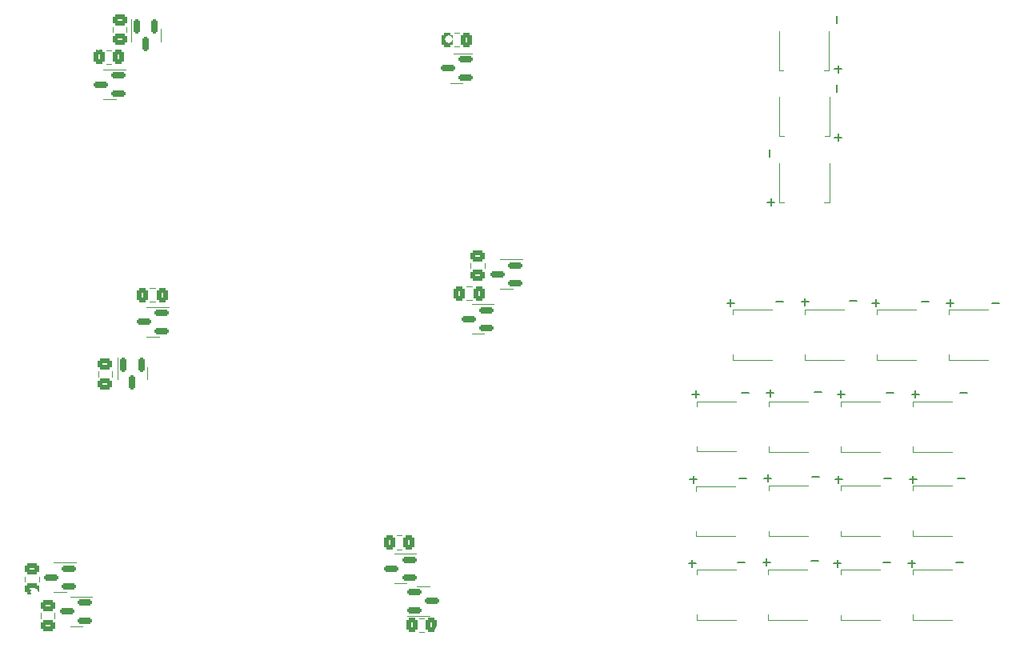
<source format=gbr>
%TF.GenerationSoftware,KiCad,Pcbnew,(6.0.4)*%
%TF.CreationDate,2022-12-17T07:05:36+03:00*%
%TF.ProjectId,Main_PCB_002,4d61696e-5f50-4434-925f-3030322e6b69,rev?*%
%TF.SameCoordinates,Original*%
%TF.FileFunction,Legend,Bot*%
%TF.FilePolarity,Positive*%
%FSLAX46Y46*%
G04 Gerber Fmt 4.6, Leading zero omitted, Abs format (unit mm)*
G04 Created by KiCad (PCBNEW (6.0.4)) date 2022-12-17 07:05:36*
%MOMM*%
%LPD*%
G01*
G04 APERTURE LIST*
G04 Aperture macros list*
%AMRoundRect*
0 Rectangle with rounded corners*
0 $1 Rounding radius*
0 $2 $3 $4 $5 $6 $7 $8 $9 X,Y pos of 4 corners*
0 Add a 4 corners polygon primitive as box body*
4,1,4,$2,$3,$4,$5,$6,$7,$8,$9,$2,$3,0*
0 Add four circle primitives for the rounded corners*
1,1,$1+$1,$2,$3*
1,1,$1+$1,$4,$5*
1,1,$1+$1,$6,$7*
1,1,$1+$1,$8,$9*
0 Add four rect primitives between the rounded corners*
20,1,$1+$1,$2,$3,$4,$5,0*
20,1,$1+$1,$4,$5,$6,$7,0*
20,1,$1+$1,$6,$7,$8,$9,0*
20,1,$1+$1,$8,$9,$2,$3,0*%
G04 Aperture macros list end*
%ADD10C,0.150000*%
%ADD11C,0.120000*%
%ADD12C,1.600000*%
%ADD13C,1.400000*%
%ADD14C,1.650000*%
%ADD15C,1.550000*%
%ADD16C,3.600000*%
%ADD17RoundRect,0.150000X0.587500X0.150000X-0.587500X0.150000X-0.587500X-0.150000X0.587500X-0.150000X0*%
%ADD18R,0.500000X4.780000*%
%ADD19R,2.780000X4.780000*%
%ADD20RoundRect,0.250000X0.337500X0.475000X-0.337500X0.475000X-0.337500X-0.475000X0.337500X-0.475000X0*%
%ADD21RoundRect,0.250000X-0.337500X-0.475000X0.337500X-0.475000X0.337500X0.475000X-0.337500X0.475000X0*%
%ADD22RoundRect,0.250000X-0.475000X0.337500X-0.475000X-0.337500X0.475000X-0.337500X0.475000X0.337500X0*%
%ADD23RoundRect,0.150000X-0.150000X0.587500X-0.150000X-0.587500X0.150000X-0.587500X0.150000X0.587500X0*%
%ADD24R,4.780000X0.500000*%
%ADD25R,4.780000X2.780000*%
%ADD26RoundRect,0.150000X-0.587500X-0.150000X0.587500X-0.150000X0.587500X0.150000X-0.587500X0.150000X0*%
%ADD27C,0.800000*%
G04 APERTURE END LIST*
D10*
X173482047Y-119324428D02*
X174243952Y-119324428D01*
X165989047Y-110307428D02*
X166750952Y-110307428D01*
X176276047Y-110561428D02*
X177037952Y-110561428D01*
X176657000Y-110942380D02*
X176657000Y-110180476D01*
X169926047Y-91638428D02*
X170687952Y-91638428D01*
X168612028Y-62290952D02*
X168612028Y-61529047D01*
X160782047Y-119324428D02*
X161543952Y-119324428D01*
X161163000Y-119705380D02*
X161163000Y-118943476D01*
X173863047Y-101417428D02*
X174624952Y-101417428D01*
X166243047Y-101290428D02*
X167004952Y-101290428D01*
X176530047Y-101544428D02*
X177291952Y-101544428D01*
X176911000Y-101925380D02*
X176911000Y-101163476D01*
X168739028Y-67497952D02*
X168739028Y-66736047D01*
X169119980Y-67117000D02*
X168358076Y-67117000D01*
X181356047Y-110434428D02*
X182117952Y-110434428D01*
X185039047Y-91892428D02*
X185800952Y-91892428D01*
X172339047Y-91892428D02*
X173100952Y-91892428D01*
X172720000Y-92273380D02*
X172720000Y-91511476D01*
X164846047Y-91765428D02*
X165607952Y-91765428D01*
X165227000Y-92146380D02*
X165227000Y-91384476D01*
X165862047Y-119197428D02*
X166623952Y-119197428D01*
X176149047Y-119451428D02*
X176910952Y-119451428D01*
X176530000Y-119832380D02*
X176530000Y-119070476D01*
X168739028Y-74736952D02*
X168739028Y-73975047D01*
X169119980Y-74356000D02*
X168358076Y-74356000D01*
X153035047Y-110561428D02*
X153796952Y-110561428D01*
X153416000Y-110942380D02*
X153416000Y-110180476D01*
X180213047Y-91892428D02*
X180974952Y-91892428D01*
X180594000Y-92273380D02*
X180594000Y-91511476D01*
X152908047Y-119451428D02*
X153669952Y-119451428D01*
X153289000Y-119832380D02*
X153289000Y-119070476D01*
X181229047Y-119324428D02*
X181990952Y-119324428D01*
X161627028Y-81594952D02*
X161627028Y-80833047D01*
X162007980Y-81214000D02*
X161246076Y-81214000D01*
X168402047Y-110561428D02*
X169163952Y-110561428D01*
X168783000Y-110942380D02*
X168783000Y-110180476D01*
X153289047Y-101544428D02*
X154050952Y-101544428D01*
X153670000Y-101925380D02*
X153670000Y-101163476D01*
X173609047Y-110434428D02*
X174370952Y-110434428D01*
X168612028Y-69529952D02*
X168612028Y-68768047D01*
X161163047Y-101417428D02*
X161924952Y-101417428D01*
X161544000Y-101798380D02*
X161544000Y-101036476D01*
X158242047Y-110434428D02*
X159003952Y-110434428D01*
X156972047Y-91892428D02*
X157733952Y-91892428D01*
X157353000Y-92273380D02*
X157353000Y-91511476D01*
X158115047Y-119324428D02*
X158876952Y-119324428D01*
X162179047Y-91765428D02*
X162940952Y-91765428D01*
X181610047Y-101417428D02*
X182371952Y-101417428D01*
X158496047Y-101417428D02*
X159257952Y-101417428D01*
X168656047Y-101544428D02*
X169417952Y-101544428D01*
X169037000Y-101925380D02*
X169037000Y-101163476D01*
X168275047Y-119451428D02*
X169036952Y-119451428D01*
X168656000Y-119832380D02*
X168656000Y-119070476D01*
X161500028Y-76387952D02*
X161500028Y-75626047D01*
X160909047Y-110434428D02*
X161670952Y-110434428D01*
X161290000Y-110815380D02*
X161290000Y-110053476D01*
X177546047Y-91765428D02*
X178307952Y-91765428D01*
D11*
%TO.C,U19*%
X122410400Y-118429600D02*
X121760400Y-118429600D01*
X122410400Y-121549600D02*
X121760400Y-121549600D01*
X122410400Y-118429600D02*
X124085400Y-118429600D01*
X122410400Y-121549600D02*
X123060400Y-121549600D01*
%TO.C,U16*%
X133629400Y-90397900D02*
X132979400Y-90397900D01*
X133629400Y-90397900D02*
X134279400Y-90397900D01*
X133629400Y-87277900D02*
X135304400Y-87277900D01*
X133629400Y-87277900D02*
X132979400Y-87277900D01*
%TO.C,D34*%
X161397000Y-102311000D02*
X161397000Y-102811000D01*
X165547000Y-102311000D02*
X161397000Y-102311000D01*
X161397000Y-107611000D02*
X161397000Y-107061000D01*
X165547000Y-107611000D02*
X161397000Y-107611000D01*
%TO.C,U15*%
X130609100Y-95137500D02*
X129959100Y-95137500D01*
X130609100Y-92017500D02*
X129959100Y-92017500D01*
X130609100Y-95137500D02*
X131259100Y-95137500D01*
X130609100Y-92017500D02*
X132284100Y-92017500D01*
%TO.C,D33*%
X177014000Y-97900000D02*
X172864000Y-97900000D01*
X172864000Y-97900000D02*
X172864000Y-97350000D01*
X172864000Y-92600000D02*
X172864000Y-93100000D01*
X177014000Y-92600000D02*
X172864000Y-92600000D01*
%TO.C,U10*%
X88098093Y-126091813D02*
X88748093Y-126091813D01*
X88098093Y-122971813D02*
X89773093Y-122971813D01*
X88098093Y-122971813D02*
X87448093Y-122971813D01*
X88098093Y-126091813D02*
X87448093Y-126091813D01*
%TO.C,C55*%
X96427952Y-91758400D02*
X95905448Y-91758400D01*
X96427952Y-90288400D02*
X95905448Y-90288400D01*
%TO.C,U20*%
X96217500Y-92308200D02*
X97892500Y-92308200D01*
X96217500Y-95428200D02*
X95567500Y-95428200D01*
X96217500Y-95428200D02*
X96867500Y-95428200D01*
X96217500Y-92308200D02*
X95567500Y-92308200D01*
%TO.C,C54*%
X124388248Y-126693600D02*
X124910752Y-126693600D01*
X124388248Y-125223600D02*
X124910752Y-125223600D01*
%TO.C,C52*%
X131316400Y-87636848D02*
X131316400Y-88159352D01*
X129846400Y-87636848D02*
X129846400Y-88159352D01*
%TO.C,D35*%
X153777000Y-107585200D02*
X153777000Y-107035200D01*
X157927000Y-102285200D02*
X153777000Y-102285200D01*
X157927000Y-107585200D02*
X153777000Y-107585200D01*
X153777000Y-102285200D02*
X153777000Y-102785200D01*
%TO.C,C47*%
X84365893Y-124698461D02*
X84365893Y-125220965D01*
X85835893Y-124698461D02*
X85835893Y-125220965D01*
%TO.C,D33*%
X180484000Y-92600000D02*
X180484000Y-93100000D01*
X184634000Y-97900000D02*
X180484000Y-97900000D01*
X180484000Y-97900000D02*
X180484000Y-97350000D01*
X184634000Y-92600000D02*
X180484000Y-92600000D01*
X173167000Y-107611000D02*
X169017000Y-107611000D01*
X169017000Y-107611000D02*
X169017000Y-107061000D01*
X169017000Y-102311000D02*
X169017000Y-102811000D01*
X173167000Y-102311000D02*
X169017000Y-102311000D01*
%TO.C,U13*%
X93902600Y-63525400D02*
X93902600Y-64175400D01*
X97022600Y-63525400D02*
X97022600Y-62875400D01*
X93902600Y-63525400D02*
X93902600Y-61850400D01*
X97022600Y-63525400D02*
X97022600Y-64175400D01*
%TO.C,U11*%
X86396293Y-122485013D02*
X87046293Y-122485013D01*
X86396293Y-122485013D02*
X85746293Y-122485013D01*
X86396293Y-119365013D02*
X85746293Y-119365013D01*
X86396293Y-119365013D02*
X88071293Y-119365013D01*
%TO.C,D48*%
X162537600Y-70087000D02*
X162537600Y-74237000D01*
X162537600Y-74237000D02*
X163037600Y-74237000D01*
X167837600Y-70087000D02*
X167837600Y-74237000D01*
X167837600Y-74237000D02*
X167287600Y-74237000D01*
%TO.C,D26*%
X165497000Y-125391000D02*
X161347000Y-125391000D01*
X161347000Y-125391000D02*
X161347000Y-124841000D01*
X165497000Y-120091000D02*
X161347000Y-120091000D01*
X161347000Y-120091000D02*
X161347000Y-120591000D01*
%TO.C,D24*%
X180787000Y-125391000D02*
X176637000Y-125391000D01*
X176637000Y-120091000D02*
X176637000Y-120591000D01*
X180787000Y-120091000D02*
X176637000Y-120091000D01*
X176637000Y-125391000D02*
X176637000Y-124841000D01*
%TO.C,U9*%
X128355300Y-65469600D02*
X130030300Y-65469600D01*
X128355300Y-68589600D02*
X129005300Y-68589600D01*
X128355300Y-68589600D02*
X127705300Y-68589600D01*
X128355300Y-65469600D02*
X127705300Y-65469600D01*
%TO.C,D33*%
X165244000Y-92600000D02*
X165244000Y-93100000D01*
X169394000Y-92600000D02*
X165244000Y-92600000D01*
X169394000Y-97900000D02*
X165244000Y-97900000D01*
X165244000Y-97900000D02*
X165244000Y-97350000D01*
%TO.C,D31*%
X153727000Y-116556000D02*
X153727000Y-116006000D01*
X153727000Y-111256000D02*
X153727000Y-111756000D01*
X157877000Y-111256000D02*
X153727000Y-111256000D01*
X157877000Y-116556000D02*
X153727000Y-116556000D01*
%TO.C,C48*%
X82679293Y-120816861D02*
X82679293Y-121339365D01*
X84149293Y-120816861D02*
X84149293Y-121339365D01*
%TO.C,D29*%
X169017000Y-111235200D02*
X169017000Y-111735200D01*
X169017000Y-116535200D02*
X169017000Y-115985200D01*
X173167000Y-116535200D02*
X169017000Y-116535200D01*
X173167000Y-111235200D02*
X169017000Y-111235200D01*
%TO.C,C53*%
X129949752Y-90109500D02*
X129427248Y-90109500D01*
X129949752Y-91579500D02*
X129427248Y-91579500D01*
%TO.C,U17*%
X124823400Y-124978600D02*
X125473400Y-124978600D01*
X124823400Y-121858600D02*
X125473400Y-121858600D01*
X124823400Y-121858600D02*
X124173400Y-121858600D01*
X124823400Y-124978600D02*
X123148400Y-124978600D01*
%TO.C,D28*%
X176637000Y-111201000D02*
X176637000Y-111701000D01*
X176637000Y-116501000D02*
X176637000Y-115951000D01*
X180787000Y-116501000D02*
X176637000Y-116501000D01*
X180787000Y-111201000D02*
X176637000Y-111201000D01*
%TO.C,D32*%
X180787000Y-107611000D02*
X176637000Y-107611000D01*
X176637000Y-102311000D02*
X176637000Y-102811000D01*
X176637000Y-107611000D02*
X176637000Y-107061000D01*
X180787000Y-102311000D02*
X176637000Y-102311000D01*
%TO.C,C50*%
X93454400Y-62683848D02*
X93454400Y-63206352D01*
X91984400Y-62683848D02*
X91984400Y-63206352D01*
%TO.C,D33*%
X161774000Y-92600000D02*
X157624000Y-92600000D01*
X161774000Y-97900000D02*
X157624000Y-97900000D01*
X157624000Y-92600000D02*
X157624000Y-93100000D01*
X157624000Y-97900000D02*
X157624000Y-97350000D01*
%TO.C,U18*%
X92486000Y-99311700D02*
X92486000Y-99961700D01*
X95606000Y-99311700D02*
X95606000Y-98661700D01*
X95606000Y-99311700D02*
X95606000Y-99961700D01*
X92486000Y-99311700D02*
X92486000Y-97636700D01*
%TO.C,D25*%
X168992000Y-120131000D02*
X168992000Y-120631000D01*
X173142000Y-120131000D02*
X168992000Y-120131000D01*
X173142000Y-125431000D02*
X168992000Y-125431000D01*
X168992000Y-125431000D02*
X168992000Y-124881000D01*
%TO.C,U12*%
X91629500Y-67187600D02*
X90979500Y-67187600D01*
X91629500Y-67187600D02*
X93304500Y-67187600D01*
X91629500Y-70307600D02*
X92279500Y-70307600D01*
X91629500Y-70307600D02*
X90979500Y-70307600D01*
%TO.C,C49*%
X91818452Y-66587000D02*
X91295948Y-66587000D01*
X91818452Y-65117000D02*
X91295948Y-65117000D01*
%TO.C,C56*%
X122540752Y-117956000D02*
X122018248Y-117956000D01*
X122540752Y-116486000D02*
X122018248Y-116486000D01*
%TO.C,D47*%
X167761400Y-63102000D02*
X167761400Y-67252000D01*
X162461400Y-67252000D02*
X162961400Y-67252000D01*
X162461400Y-63102000D02*
X162461400Y-67252000D01*
X167761400Y-67252000D02*
X167211400Y-67252000D01*
%TO.C,C57*%
X91900400Y-99132948D02*
X91900400Y-99655452D01*
X90430400Y-99132948D02*
X90430400Y-99655452D01*
%TO.C,D27*%
X153752000Y-125406000D02*
X153752000Y-124856000D01*
X157902000Y-120106000D02*
X153752000Y-120106000D01*
X157902000Y-125406000D02*
X153752000Y-125406000D01*
X153752000Y-120106000D02*
X153752000Y-120606000D01*
%TO.C,C46*%
X128645852Y-63272000D02*
X128123348Y-63272000D01*
X128645852Y-64742000D02*
X128123348Y-64742000D01*
%TO.C,D30*%
X165547000Y-116535200D02*
X161397000Y-116535200D01*
X165547000Y-111235200D02*
X161397000Y-111235200D01*
X161397000Y-116535200D02*
X161397000Y-115985200D01*
X161397000Y-111235200D02*
X161397000Y-111735200D01*
%TO.C,D49*%
X162512200Y-81222000D02*
X163012200Y-81222000D01*
X167812200Y-77072000D02*
X167812200Y-81222000D01*
X167812200Y-81222000D02*
X167262200Y-81222000D01*
X162512200Y-77072000D02*
X162512200Y-81222000D01*
%TD*%
%LPC*%
D12*
%TO.C,*%
X137160000Y-113030000D03*
%TD*%
D13*
%TO.C,D104*%
X131927600Y-130810000D03*
%TD*%
D14*
%TO.C,U3*%
X152222200Y-58470800D03*
%TD*%
D12*
%TO.C,*%
X134620000Y-110490000D03*
%TD*%
%TO.C,D95*%
X171516100Y-68097700D03*
%TD*%
D13*
%TO.C,D11*%
X95361000Y-74142600D03*
%TD*%
D12*
%TO.C,*%
X184150000Y-133350000D03*
%TD*%
%TO.C,*%
X179324000Y-95250000D03*
%TD*%
%TO.C,*%
X181610000Y-135890000D03*
%TD*%
%TO.C,*%
X81991200Y-140385800D03*
%TD*%
%TO.C,*%
X74371200Y-142925800D03*
%TD*%
%TO.C,*%
X82550000Y-113030000D03*
%TD*%
%TO.C,*%
X84531200Y-140385800D03*
%TD*%
%TO.C,*%
X111760000Y-69850000D03*
%TD*%
%TO.C,*%
X130810000Y-81280000D03*
%TD*%
%TO.C,*%
X151130000Y-82550000D03*
%TD*%
%TO.C,D96*%
X171516100Y-70459900D03*
%TD*%
%TO.C,*%
X81991200Y-142925800D03*
%TD*%
%TO.C,*%
X106680000Y-74930000D03*
%TD*%
%TO.C,*%
X71043800Y-82448400D03*
%TD*%
%TO.C,D4*%
X79994000Y-61214000D03*
%TD*%
%TO.C,*%
X85090000Y-115570000D03*
%TD*%
%TO.C,*%
X92151200Y-140385800D03*
%TD*%
%TO.C,*%
X156210000Y-68580000D03*
%TD*%
%TO.C,D65*%
X101153693Y-132202613D03*
%TD*%
%TO.C,*%
X95250000Y-85090000D03*
%TD*%
%TO.C,*%
X109220000Y-74930000D03*
%TD*%
%TO.C,*%
X173990000Y-133350000D03*
%TD*%
%TO.C,*%
X153670000Y-71120000D03*
%TD*%
D13*
%TO.C,D14*%
X150777000Y-128306000D03*
%TD*%
D12*
%TO.C,*%
X132080000Y-110490000D03*
%TD*%
%TO.C,*%
X80010000Y-113030000D03*
%TD*%
%TO.C,D62*%
X101269800Y-124993400D03*
%TD*%
%TO.C,*%
X71043800Y-95148400D03*
%TD*%
%TO.C,*%
X71043800Y-92608400D03*
%TD*%
%TO.C,*%
X95250000Y-82550000D03*
%TD*%
%TO.C,*%
X111760000Y-64770000D03*
%TD*%
%TO.C,*%
X164084000Y-95123000D03*
%TD*%
%TO.C,*%
X171450000Y-130810000D03*
%TD*%
D13*
%TO.C,D101*%
X97826293Y-132024813D03*
%TD*%
D12*
%TO.C,*%
X97790000Y-85090000D03*
%TD*%
%TO.C,*%
X129133600Y-140182600D03*
%TD*%
%TO.C,*%
X138430000Y-81280000D03*
%TD*%
%TO.C,D2*%
X127863600Y-71170800D03*
%TD*%
%TO.C,*%
X135890000Y-78740000D03*
%TD*%
%TO.C,*%
X87630000Y-85090000D03*
%TD*%
%TO.C,*%
X151130000Y-80010000D03*
%TD*%
%TO.C,*%
X106680000Y-72390000D03*
%TD*%
%TO.C,*%
X156210000Y-77470000D03*
%TD*%
%TO.C,*%
X173990000Y-130810000D03*
%TD*%
%TO.C,*%
X85090000Y-113030000D03*
%TD*%
%TO.C,*%
X153670000Y-66040000D03*
%TD*%
%TO.C,*%
X76123800Y-84988400D03*
%TD*%
D13*
%TO.C,D107*%
X117906800Y-95859600D03*
%TD*%
D12*
%TO.C,*%
X118973600Y-142722600D03*
%TD*%
D13*
%TO.C,D13*%
X140423800Y-59551800D03*
%TD*%
D12*
%TO.C,D98*%
X121742200Y-67005200D03*
%TD*%
%TO.C,*%
X99796600Y-140284200D03*
%TD*%
%TO.C,*%
X76123800Y-90068400D03*
%TD*%
%TO.C,D80*%
X135077200Y-123317000D03*
%TD*%
%TO.C,*%
X111760000Y-72390000D03*
%TD*%
%TO.C,*%
X92710000Y-113030000D03*
%TD*%
D13*
%TO.C,D79*%
X72991528Y-107635000D03*
%TD*%
D12*
%TO.C,*%
X137160000Y-110490000D03*
%TD*%
%TO.C,D41*%
X117482800Y-130479800D03*
%TD*%
%TO.C,*%
X153670000Y-85090000D03*
%TD*%
%TO.C,*%
X125730000Y-81280000D03*
%TD*%
D13*
%TO.C,D102*%
X102539800Y-106807000D03*
%TD*%
D12*
%TO.C,D57*%
X166686200Y-83728200D03*
%TD*%
D13*
%TO.C,D39*%
X77065093Y-125386013D03*
%TD*%
D12*
%TO.C,*%
X123190000Y-78740000D03*
%TD*%
%TO.C,*%
X128270000Y-78740000D03*
%TD*%
%TO.C,*%
X100330000Y-82550000D03*
%TD*%
%TO.C,*%
X129540000Y-110490000D03*
%TD*%
%TO.C,D75*%
X137924300Y-97104200D03*
%TD*%
%TO.C,*%
X148590000Y-80010000D03*
%TD*%
D13*
%TO.C,D40*%
X76912693Y-120788613D03*
%TD*%
D12*
%TO.C,*%
X79451200Y-142925800D03*
%TD*%
%TO.C,*%
X73583800Y-92608400D03*
%TD*%
%TO.C,*%
X111760000Y-74930000D03*
%TD*%
%TO.C,*%
X106680000Y-64770000D03*
%TD*%
%TO.C,*%
X109220000Y-69850000D03*
%TD*%
%TO.C,*%
X156210000Y-66040000D03*
%TD*%
%TO.C,*%
X156210000Y-85090000D03*
%TD*%
%TO.C,*%
X179070000Y-130810000D03*
%TD*%
%TO.C,*%
X90170000Y-85090000D03*
%TD*%
%TO.C,*%
X176530000Y-130810000D03*
%TD*%
%TO.C,*%
X148590000Y-63500000D03*
%TD*%
%TO.C,*%
X148590000Y-68580000D03*
%TD*%
%TO.C,*%
X138430000Y-78740000D03*
%TD*%
%TO.C,*%
X99796600Y-142824200D03*
%TD*%
%TO.C,*%
X121920000Y-113030000D03*
%TD*%
%TO.C,*%
X102336600Y-140284200D03*
%TD*%
%TO.C,D37*%
X104176293Y-119274013D03*
%TD*%
%TO.C,*%
X109220000Y-64770000D03*
%TD*%
%TO.C,*%
X176530000Y-133350000D03*
%TD*%
%TO.C,*%
X124460000Y-113030000D03*
%TD*%
%TO.C,*%
X92710000Y-85090000D03*
%TD*%
%TO.C,*%
X102336600Y-142824200D03*
%TD*%
%TO.C,*%
X73583800Y-87528400D03*
%TD*%
%TO.C,D5*%
X120942000Y-62726800D03*
%TD*%
%TO.C,D68*%
X100085400Y-67411600D03*
%TD*%
%TO.C,*%
X73583800Y-79908400D03*
%TD*%
%TO.C,*%
X100330000Y-85090000D03*
%TD*%
D13*
%TO.C,D51*%
X113825200Y-122605800D03*
%TD*%
D12*
%TO.C,*%
X97256600Y-142824200D03*
%TD*%
%TO.C,*%
X151130000Y-77470000D03*
%TD*%
%TO.C,*%
X87071200Y-142925800D03*
%TD*%
%TO.C,D92*%
X187450800Y-111641200D03*
%TD*%
%TO.C,*%
X76123800Y-95148400D03*
%TD*%
%TO.C,D23*%
X136906000Y-90703400D03*
%TD*%
D13*
%TO.C,D71*%
X186613800Y-81176050D03*
%TD*%
D12*
%TO.C,*%
X113893600Y-142722600D03*
%TD*%
%TO.C,D44*%
X109956600Y-90932000D03*
%TD*%
%TO.C,*%
X72390000Y-115570000D03*
%TD*%
%TO.C,D97*%
X171541500Y-72796700D03*
%TD*%
%TO.C,D50*%
X150677000Y-125956000D03*
%TD*%
%TO.C,D17*%
X73923400Y-67919600D03*
%TD*%
D13*
%TO.C,D89*%
X70781728Y-103393200D03*
%TD*%
D12*
%TO.C,*%
X135890000Y-81280000D03*
%TD*%
%TO.C,*%
X106680000Y-67310000D03*
%TD*%
%TO.C,*%
X71043800Y-79908400D03*
%TD*%
%TO.C,*%
X89611200Y-142925800D03*
%TD*%
%TO.C,*%
X92710000Y-82550000D03*
%TD*%
D13*
%TO.C,D78*%
X181279800Y-72997250D03*
%TD*%
D15*
%TO.C,U27*%
X164287200Y-137734800D03*
%TD*%
D12*
%TO.C,D58*%
X151550200Y-103310000D03*
%TD*%
%TO.C,*%
X129540000Y-113030000D03*
%TD*%
%TO.C,*%
X94691200Y-140385800D03*
%TD*%
%TO.C,*%
X111760000Y-67310000D03*
%TD*%
%TO.C,D67*%
X100034600Y-64973200D03*
%TD*%
%TO.C,*%
X104876600Y-142824200D03*
%TD*%
%TO.C,*%
X156210000Y-82550000D03*
%TD*%
%TO.C,*%
X76123800Y-82448400D03*
%TD*%
%TO.C,*%
X179070000Y-135890000D03*
%TD*%
%TO.C,*%
X116840000Y-113030000D03*
%TD*%
%TO.C,D69*%
X100034600Y-69875400D03*
%TD*%
D13*
%TO.C,D8*%
X164276200Y-83916000D03*
%TD*%
D15*
%TO.C,U25*%
X155575000Y-136134600D03*
%TD*%
D12*
%TO.C,*%
X92151200Y-142925800D03*
%TD*%
%TO.C,D42*%
X132799000Y-119126000D03*
%TD*%
%TO.C,*%
X134620000Y-113030000D03*
%TD*%
%TO.C,*%
X156210000Y-80010000D03*
%TD*%
%TO.C,D81*%
X135026400Y-125831600D03*
%TD*%
%TO.C,*%
X153670000Y-74930000D03*
%TD*%
%TO.C,*%
X151130000Y-66040000D03*
%TD*%
%TO.C,*%
X89611200Y-140385800D03*
%TD*%
%TO.C,*%
X73583800Y-84988400D03*
%TD*%
D15*
%TO.C,U28*%
X163068000Y-135601200D03*
%TD*%
D12*
%TO.C,D85*%
X106426000Y-99263200D03*
%TD*%
%TO.C,*%
X121513600Y-140182600D03*
%TD*%
%TO.C,*%
X156210000Y-60960000D03*
%TD*%
%TO.C,D82*%
X135026400Y-128346200D03*
%TD*%
%TO.C,D99*%
X121716800Y-69189600D03*
%TD*%
%TO.C,*%
X148590000Y-66040000D03*
%TD*%
%TO.C,*%
X74930000Y-115570000D03*
%TD*%
%TO.C,*%
X111353600Y-142722600D03*
%TD*%
%TO.C,D36*%
X97750093Y-124074613D03*
%TD*%
%TO.C,*%
X77470000Y-113030000D03*
%TD*%
%TO.C,*%
X107950000Y-82550000D03*
%TD*%
D13*
%TO.C,D53*%
X88747600Y-89916400D03*
%TD*%
D12*
%TO.C,*%
X184150000Y-130810000D03*
%TD*%
%TO.C,*%
X97790000Y-82550000D03*
%TD*%
D13*
%TO.C,D72*%
X178028600Y-77416850D03*
%TD*%
D12*
%TO.C,*%
X133350000Y-81280000D03*
%TD*%
%TO.C,*%
X87630000Y-82550000D03*
%TD*%
D13*
%TO.C,D100*%
X95972093Y-132024813D03*
%TD*%
D12*
%TO.C,*%
X105410000Y-85090000D03*
%TD*%
%TO.C,D66*%
X99983800Y-62611000D03*
%TD*%
%TO.C,*%
X105410000Y-82550000D03*
%TD*%
D16*
%TO.C,U4*%
X67259200Y-145872200D03*
%TD*%
D12*
%TO.C,*%
X104876600Y-140284200D03*
%TD*%
%TO.C,*%
X76911200Y-140385800D03*
%TD*%
%TO.C,*%
X148590000Y-82550000D03*
%TD*%
%TO.C,*%
X109220000Y-62230000D03*
%TD*%
D16*
%TO.C,D3*%
X192250000Y-56800000D03*
%TD*%
D13*
%TO.C,D15*%
X151550200Y-105596000D03*
%TD*%
D12*
%TO.C,*%
X113893600Y-140182600D03*
%TD*%
%TO.C,*%
X121920000Y-110490000D03*
%TD*%
D13*
%TO.C,D10*%
X142220200Y-144529600D03*
%TD*%
D12*
%TO.C,*%
X171450000Y-135890000D03*
%TD*%
%TO.C,*%
X123190000Y-81280000D03*
%TD*%
%TO.C,*%
X173990000Y-135890000D03*
%TD*%
%TO.C,*%
X116433600Y-140182600D03*
%TD*%
%TO.C,D76*%
X137922000Y-99517200D03*
%TD*%
%TO.C,*%
X148590000Y-77470000D03*
%TD*%
%TO.C,*%
X148590000Y-85090000D03*
%TD*%
%TO.C,*%
X156210000Y-71120000D03*
%TD*%
%TO.C,D1*%
X73898000Y-64592200D03*
%TD*%
%TO.C,*%
X148590000Y-71120000D03*
%TD*%
%TO.C,D55*%
X166686200Y-59649000D03*
%TD*%
%TO.C,*%
X102870000Y-82550000D03*
%TD*%
%TO.C,*%
X102870000Y-85090000D03*
%TD*%
%TO.C,*%
X73583800Y-82448400D03*
%TD*%
%TO.C,*%
X181610000Y-130810000D03*
%TD*%
%TO.C,*%
X128270000Y-81280000D03*
%TD*%
%TO.C,*%
X133350000Y-78740000D03*
%TD*%
%TO.C,*%
X121513600Y-142722600D03*
%TD*%
%TO.C,*%
X84531200Y-142925800D03*
%TD*%
D13*
%TO.C,D73*%
X185877200Y-72997250D03*
%TD*%
D12*
%TO.C,*%
X73583800Y-90068400D03*
%TD*%
D13*
%TO.C,D54*%
X106984800Y-90932000D03*
%TD*%
D12*
%TO.C,*%
X124053600Y-140182600D03*
%TD*%
%TO.C,D19*%
X130327400Y-101258500D03*
%TD*%
%TO.C,*%
X120650000Y-78740000D03*
%TD*%
%TO.C,*%
X130810000Y-78740000D03*
%TD*%
%TO.C,*%
X87071200Y-140385800D03*
%TD*%
%TO.C,*%
X153670000Y-80010000D03*
%TD*%
D13*
%TO.C,D7*%
X164226200Y-59466000D03*
%TD*%
%TO.C,D90*%
X78706528Y-99075200D03*
%TD*%
D12*
%TO.C,*%
X186944000Y-95250000D03*
%TD*%
%TO.C,*%
X148590000Y-74930000D03*
%TD*%
D13*
%TO.C,D52*%
X120937200Y-129971800D03*
%TD*%
D12*
%TO.C,*%
X148590000Y-60960000D03*
%TD*%
%TO.C,*%
X97256600Y-140284200D03*
%TD*%
%TO.C,*%
X119380000Y-113030000D03*
%TD*%
%TO.C,*%
X74930000Y-113030000D03*
%TD*%
%TO.C,*%
X153670000Y-82550000D03*
%TD*%
%TO.C,*%
X109220000Y-72390000D03*
%TD*%
%TO.C,*%
X90170000Y-82550000D03*
%TD*%
%TO.C,*%
X111353600Y-140182600D03*
%TD*%
D13*
%TO.C,D106*%
X117906800Y-93497400D03*
%TD*%
D12*
%TO.C,*%
X94691200Y-142925800D03*
%TD*%
%TO.C,*%
X127000000Y-113030000D03*
%TD*%
%TO.C,*%
X87630000Y-113030000D03*
%TD*%
%TO.C,*%
X132080000Y-113030000D03*
%TD*%
%TO.C,D74*%
X137922000Y-94716600D03*
%TD*%
%TO.C,*%
X176530000Y-135890000D03*
%TD*%
%TO.C,*%
X127000000Y-110490000D03*
%TD*%
%TO.C,*%
X116433600Y-142722600D03*
%TD*%
%TO.C,*%
X184150000Y-135890000D03*
%TD*%
%TO.C,*%
X71043800Y-84988400D03*
%TD*%
D16*
%TO.C,U2*%
X192328800Y-146202400D03*
%TD*%
D12*
%TO.C,D64*%
X101153693Y-129738813D03*
%TD*%
%TO.C,*%
X171450000Y-133350000D03*
%TD*%
%TO.C,*%
X82550000Y-115570000D03*
%TD*%
%TO.C,*%
X179070000Y-133350000D03*
%TD*%
%TO.C,*%
X90170000Y-113030000D03*
%TD*%
%TO.C,*%
X156210000Y-63500000D03*
%TD*%
%TO.C,D18*%
X120294400Y-86055200D03*
%TD*%
%TO.C,*%
X156210000Y-74930000D03*
%TD*%
%TO.C,D94*%
X187628600Y-116340200D03*
%TD*%
%TO.C,*%
X155956000Y-95250000D03*
%TD*%
%TO.C,*%
X90170000Y-115570000D03*
%TD*%
%TO.C,*%
X72390000Y-113030000D03*
%TD*%
%TO.C,*%
X124460000Y-110490000D03*
%TD*%
%TO.C,D59*%
X141967400Y-66409800D03*
%TD*%
D13*
%TO.C,D6*%
X78470000Y-74193400D03*
%TD*%
D12*
%TO.C,*%
X92710000Y-115570000D03*
%TD*%
%TO.C,*%
X80010000Y-115570000D03*
%TD*%
%TO.C,*%
X79451200Y-140385800D03*
%TD*%
%TO.C,*%
X109220000Y-67310000D03*
%TD*%
%TO.C,*%
X153670000Y-68580000D03*
%TD*%
%TO.C,*%
X74371200Y-140385800D03*
%TD*%
%TO.C,D56*%
X160082200Y-73365000D03*
%TD*%
D16*
%TO.C,U5*%
X66800000Y-57300000D03*
%TD*%
D12*
%TO.C,*%
X87630000Y-115570000D03*
%TD*%
D13*
%TO.C,D103*%
X104343200Y-106807000D03*
%TD*%
D12*
%TO.C,*%
X129133600Y-142722600D03*
%TD*%
%TO.C,*%
X153670000Y-77470000D03*
%TD*%
%TO.C,*%
X73583800Y-95148400D03*
%TD*%
%TO.C,*%
X181610000Y-133350000D03*
%TD*%
%TO.C,*%
X106680000Y-69850000D03*
%TD*%
%TO.C,D84*%
X106426000Y-96824800D03*
%TD*%
%TO.C,*%
X151130000Y-74930000D03*
%TD*%
D13*
%TO.C,D105*%
X134035800Y-130810000D03*
%TD*%
D12*
%TO.C,D87*%
X106476800Y-104165400D03*
%TD*%
%TO.C,D60*%
X141967400Y-68884800D03*
%TD*%
%TO.C,*%
X151130000Y-71120000D03*
%TD*%
%TO.C,*%
X118110000Y-78740000D03*
%TD*%
D13*
%TO.C,D70*%
X180213000Y-81226850D03*
%TD*%
D12*
%TO.C,*%
X107950000Y-85090000D03*
%TD*%
%TO.C,*%
X125730000Y-78740000D03*
%TD*%
D15*
%TO.C,U24*%
X157505400Y-136160000D03*
%TD*%
D12*
%TO.C,*%
X76911200Y-142925800D03*
%TD*%
%TO.C,*%
X106680000Y-62230000D03*
%TD*%
%TO.C,*%
X76123800Y-92608400D03*
%TD*%
%TO.C,D86*%
X106426000Y-101752400D03*
%TD*%
%TO.C,*%
X171704000Y-95123000D03*
%TD*%
%TO.C,*%
X151130000Y-63500000D03*
%TD*%
%TO.C,*%
X77470000Y-115570000D03*
%TD*%
%TO.C,*%
X153670000Y-60960000D03*
%TD*%
%TO.C,*%
X151130000Y-68580000D03*
%TD*%
%TO.C,*%
X111760000Y-62230000D03*
%TD*%
D15*
%TO.C,U26*%
X155905200Y-142713200D03*
%TD*%
D13*
%TO.C,D91*%
X74693328Y-99075200D03*
%TD*%
D12*
%TO.C,*%
X118973600Y-140182600D03*
%TD*%
%TO.C,*%
X116840000Y-110490000D03*
%TD*%
%TO.C,*%
X120650000Y-81280000D03*
%TD*%
%TO.C,*%
X153670000Y-63500000D03*
%TD*%
%TO.C,*%
X76123800Y-79908400D03*
%TD*%
%TO.C,D22*%
X123494800Y-101193600D03*
%TD*%
%TO.C,D83*%
X135069400Y-120954800D03*
%TD*%
%TO.C,*%
X76123800Y-87528400D03*
%TD*%
%TO.C,*%
X124053600Y-142722600D03*
%TD*%
%TO.C,D77*%
X137922000Y-101930200D03*
%TD*%
%TO.C,D43*%
X102362000Y-99441400D03*
%TD*%
%TO.C,D93*%
X187527000Y-113978000D03*
%TD*%
%TO.C,*%
X151130000Y-85090000D03*
%TD*%
%TO.C,*%
X131673600Y-142722600D03*
%TD*%
%TO.C,*%
X126593600Y-142722600D03*
%TD*%
%TO.C,D63*%
X101204493Y-127376613D03*
%TD*%
%TO.C,*%
X71043800Y-87528400D03*
%TD*%
%TO.C,*%
X118110000Y-81280000D03*
%TD*%
%TO.C,*%
X151130000Y-60960000D03*
%TD*%
%TO.C,*%
X131673600Y-140182600D03*
%TD*%
%TO.C,D61*%
X142011400Y-71272400D03*
%TD*%
%TO.C,*%
X126593600Y-140182600D03*
%TD*%
D13*
%TO.C,D88*%
X79341528Y-107533400D03*
%TD*%
D12*
%TO.C,*%
X71043800Y-90068400D03*
%TD*%
D13*
%TO.C,D9*%
X138470200Y-144579600D03*
%TD*%
%TO.C,D16*%
X140042800Y-65165200D03*
%TD*%
D12*
%TO.C,*%
X119380000Y-110490000D03*
%TD*%
D17*
%TO.C,U19*%
X123347900Y-119039600D03*
X123347900Y-120939600D03*
X121472900Y-119989600D03*
%TD*%
%TO.C,U16*%
X134566900Y-87887900D03*
X134566900Y-89787900D03*
X132691900Y-88837900D03*
%TD*%
D18*
%TO.C,D34*%
X161907000Y-104961000D03*
X166187000Y-104961000D03*
D19*
X164047000Y-104961000D03*
%TD*%
D17*
%TO.C,U15*%
X131546600Y-92627500D03*
X131546600Y-94527500D03*
X129671600Y-93577500D03*
%TD*%
D18*
%TO.C,D33*%
X173374000Y-95250000D03*
X177654000Y-95250000D03*
D19*
X175514000Y-95250000D03*
%TD*%
D17*
%TO.C,U10*%
X89035593Y-123581813D03*
X89035593Y-125481813D03*
X87160593Y-124531813D03*
%TD*%
D20*
%TO.C,C55*%
X97204200Y-91023400D03*
X95129200Y-91023400D03*
%TD*%
D17*
%TO.C,U20*%
X97155000Y-92918200D03*
X97155000Y-94818200D03*
X95280000Y-93868200D03*
%TD*%
D21*
%TO.C,C54*%
X123612000Y-125958600D03*
X125687000Y-125958600D03*
%TD*%
D22*
%TO.C,C52*%
X130581400Y-86860600D03*
X130581400Y-88935600D03*
%TD*%
D18*
%TO.C,D35*%
X154287000Y-104935200D03*
X158567000Y-104935200D03*
D19*
X156427000Y-104935200D03*
%TD*%
D22*
%TO.C,C47*%
X85100893Y-123922213D03*
X85100893Y-125997213D03*
%TD*%
D18*
%TO.C,D33*%
X180994000Y-95250000D03*
X185274000Y-95250000D03*
D19*
X183134000Y-95250000D03*
%TD*%
D18*
%TO.C,D33*%
X169527000Y-104961000D03*
X173807000Y-104961000D03*
D19*
X171667000Y-104961000D03*
%TD*%
D23*
%TO.C,U13*%
X94512600Y-62587900D03*
X96412600Y-62587900D03*
X95462600Y-64462900D03*
%TD*%
D17*
%TO.C,U11*%
X87333793Y-119975013D03*
X87333793Y-121875013D03*
X85458793Y-120925013D03*
%TD*%
D24*
%TO.C,D48*%
X165187600Y-73727000D03*
X165187600Y-69447000D03*
D25*
X165187600Y-71587000D03*
%TD*%
D18*
%TO.C,D26*%
X161857000Y-122741000D03*
X166137000Y-122741000D03*
D19*
X163997000Y-122741000D03*
%TD*%
D18*
%TO.C,D24*%
X177147000Y-122741000D03*
X181427000Y-122741000D03*
D19*
X179287000Y-122741000D03*
%TD*%
D17*
%TO.C,U9*%
X129292800Y-66079600D03*
X129292800Y-67979600D03*
X127417800Y-67029600D03*
%TD*%
D18*
%TO.C,D33*%
X165754000Y-95250000D03*
X170034000Y-95250000D03*
D19*
X167894000Y-95250000D03*
%TD*%
D18*
%TO.C,D31*%
X154237000Y-113906000D03*
X158517000Y-113906000D03*
D19*
X156377000Y-113906000D03*
%TD*%
D22*
%TO.C,C48*%
X83414293Y-120040613D03*
X83414293Y-122115613D03*
%TD*%
D18*
%TO.C,D29*%
X169527000Y-113885200D03*
X173807000Y-113885200D03*
D19*
X171667000Y-113885200D03*
%TD*%
D20*
%TO.C,C53*%
X130726000Y-90844500D03*
X128651000Y-90844500D03*
%TD*%
D26*
%TO.C,U17*%
X123885900Y-124368600D03*
X123885900Y-122468600D03*
X125760900Y-123418600D03*
%TD*%
D18*
%TO.C,D28*%
X177147000Y-113851000D03*
X181427000Y-113851000D03*
D19*
X179287000Y-113851000D03*
%TD*%
D18*
%TO.C,D32*%
X177147000Y-104961000D03*
X181427000Y-104961000D03*
D19*
X179287000Y-104961000D03*
%TD*%
D22*
%TO.C,C50*%
X92719400Y-61907600D03*
X92719400Y-63982600D03*
%TD*%
D18*
%TO.C,D33*%
X158134000Y-95250000D03*
X162414000Y-95250000D03*
D19*
X160274000Y-95250000D03*
%TD*%
D23*
%TO.C,U18*%
X93096000Y-98374200D03*
X94996000Y-98374200D03*
X94046000Y-100249200D03*
%TD*%
D18*
%TO.C,D25*%
X169502000Y-122781000D03*
X173782000Y-122781000D03*
D19*
X171642000Y-122781000D03*
%TD*%
D17*
%TO.C,U12*%
X92567000Y-67797600D03*
X92567000Y-69697600D03*
X90692000Y-68747600D03*
%TD*%
D20*
%TO.C,C49*%
X92594700Y-65852000D03*
X90519700Y-65852000D03*
%TD*%
%TO.C,C56*%
X123317000Y-117221000D03*
X121242000Y-117221000D03*
%TD*%
D24*
%TO.C,D47*%
X165111400Y-66742000D03*
X165111400Y-62462000D03*
D25*
X165111400Y-64602000D03*
%TD*%
D22*
%TO.C,C57*%
X91165400Y-98356700D03*
X91165400Y-100431700D03*
%TD*%
D18*
%TO.C,D27*%
X154262000Y-122756000D03*
X158542000Y-122756000D03*
D19*
X156402000Y-122756000D03*
%TD*%
D20*
%TO.C,C46*%
X129422100Y-64007000D03*
X127347100Y-64007000D03*
%TD*%
D18*
%TO.C,D30*%
X161907000Y-113885200D03*
X166187000Y-113885200D03*
D19*
X164047000Y-113885200D03*
%TD*%
D24*
%TO.C,D49*%
X165162200Y-80712000D03*
X165162200Y-76432000D03*
D25*
X165162200Y-78572000D03*
%TD*%
D27*
X74380600Y-74142600D03*
X77149200Y-64211200D03*
X77098400Y-61772800D03*
X97799400Y-69723000D03*
X82026000Y-69773800D03*
X90433400Y-64719200D03*
X75650600Y-65963800D03*
X82965800Y-71374000D03*
X88680800Y-73964800D03*
X90789000Y-61696600D03*
X82889600Y-69799200D03*
X85124800Y-72923400D03*
X97799400Y-72110600D03*
X92287600Y-73583800D03*
X88985600Y-61671200D03*
X97697800Y-65532000D03*
X93989400Y-73533000D03*
X88985600Y-65176400D03*
X82026000Y-68630800D03*
X76768200Y-74091800D03*
X97672400Y-62534800D03*
X82889600Y-68630800D03*
X129267400Y-70270600D03*
X127794200Y-65851000D03*
X140494200Y-63565000D03*
X132772600Y-63412600D03*
X130283400Y-61609200D03*
X127540200Y-63971400D03*
X125305000Y-69687802D03*
X136633400Y-59424800D03*
X126652919Y-69686437D03*
X120733000Y-65012800D03*
X125945800Y-61533000D03*
X132747200Y-59780400D03*
X136912800Y-68060800D03*
X138487600Y-65343000D03*
X136328600Y-70296000D03*
X138462200Y-70219800D03*
X132239200Y-70270600D03*
X127870400Y-67959200D03*
X123425400Y-61558400D03*
X138817800Y-59450200D03*
X134703000Y-67679800D03*
X185327000Y-117189700D03*
X168327000Y-112856000D03*
X92771693Y-122220413D03*
X82332293Y-123998413D03*
X83678493Y-122474413D03*
X97419893Y-127579813D03*
X90180893Y-129764213D03*
X95743493Y-125903413D03*
X78166693Y-132177213D03*
X82179893Y-132431213D03*
X91349293Y-122220413D03*
X77684093Y-123795213D03*
X79614493Y-128240213D03*
X97445293Y-130145213D03*
X91857293Y-125878013D03*
X82306893Y-126513013D03*
X82332293Y-122525213D03*
X90003093Y-121991813D03*
X94194093Y-122220413D03*
X87437693Y-130373813D03*
X93508293Y-124354013D03*
X88707693Y-129815013D03*
X82510093Y-130958013D03*
X91527093Y-120340813D03*
X77684093Y-122449013D03*
X89989683Y-128736223D03*
X89241093Y-127986213D03*
X93482893Y-123236413D03*
X80198693Y-120518613D03*
X79817693Y-129942013D03*
X122029400Y-128778000D03*
X128455600Y-129438400D03*
X125407600Y-128651000D03*
X118905200Y-129921000D03*
X128277800Y-120954800D03*
X129700200Y-120980200D03*
X126449000Y-128600200D03*
X126550600Y-126365000D03*
X129243000Y-122072400D03*
X114993600Y-119557800D03*
X121165800Y-126060200D03*
X127846000Y-125476000D03*
X130055800Y-122809000D03*
X126398200Y-118389400D03*
X116085800Y-125501400D03*
X119362400Y-121234200D03*
X119565600Y-126060200D03*
X130759200Y-129946400D03*
X125306000Y-127254000D03*
X127058600Y-124764800D03*
X128531800Y-124790200D03*
X116873200Y-117830600D03*
X98374200Y-98704400D03*
X95250000Y-96774000D03*
X99745800Y-102209600D03*
X89458800Y-93040200D03*
X96748600Y-104673400D03*
X88214200Y-97358200D03*
X88442800Y-102489000D03*
X102768400Y-103136700D03*
X98679000Y-105689400D03*
X100101400Y-94361000D03*
X93827600Y-95935800D03*
X100355400Y-100838000D03*
X95504000Y-103301800D03*
X95504000Y-104698800D03*
X92887800Y-105638600D03*
X88214200Y-96139000D03*
X100008515Y-98216900D03*
X91541600Y-90576400D03*
X91922600Y-95113100D03*
X96748600Y-102184200D03*
X96189800Y-89585800D03*
X88442800Y-104394000D03*
X100431600Y-95656400D03*
X96494600Y-100634800D03*
X97815400Y-89585800D03*
X101041200Y-102057200D03*
X127558800Y-89904700D03*
X121945400Y-97321500D03*
X121945400Y-98820100D03*
X133959600Y-100420300D03*
X123440300Y-93007200D03*
X123571000Y-86348700D03*
X134543800Y-99048700D03*
X123571000Y-98845500D03*
X127355600Y-91479500D03*
X121132600Y-91708100D03*
X120497600Y-99937700D03*
X134188200Y-97296100D03*
X128193800Y-87212300D03*
X126619000Y-90565100D03*
X128574800Y-96000700D03*
X128930400Y-101639500D03*
X128955800Y-100623500D03*
X121894600Y-95035500D03*
X125984000Y-87186900D03*
X123545600Y-96305500D03*
X127127000Y-87161500D03*
X130860800Y-99048700D03*
X127609600Y-93689300D03*
M02*

</source>
